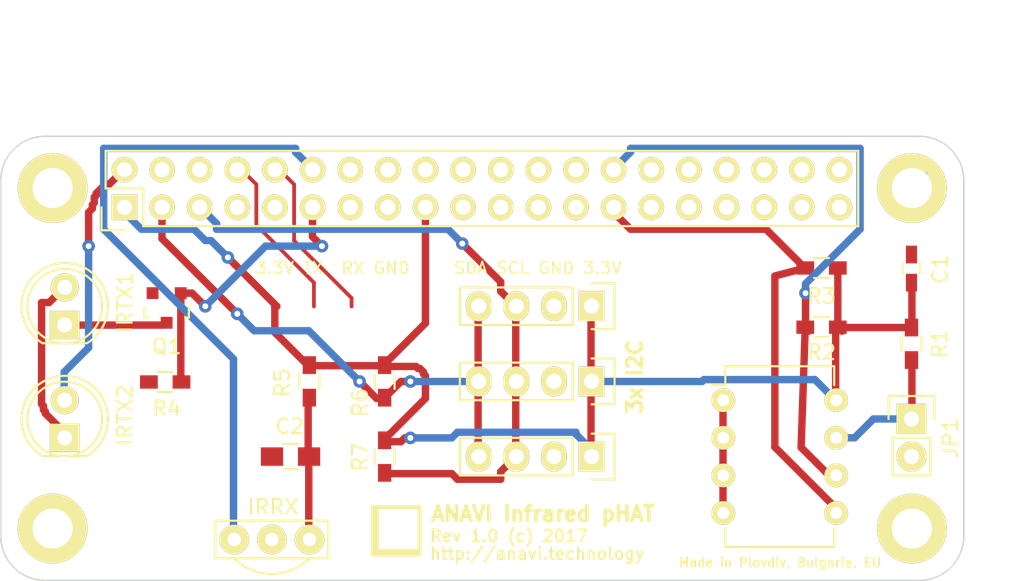
<source format=kicad_pcb>
(kicad_pcb (version 20171130) (host pcbnew "(5.1.5-0-10_14)")

  (general
    (thickness 1.6)
    (drawings 31)
    (tracks 239)
    (zones 0)
    (modules 24)
    (nets 36)
  )

  (page A4)
  (title_block
    (title "Anavi Infra pHAT")
    (date 2017-01-21)
    (company "Anavi Technology")
  )

  (layers
    (0 F.Cu signal)
    (31 B.Cu signal)
    (32 B.Adhes user)
    (33 F.Adhes user)
    (34 B.Paste user)
    (35 F.Paste user)
    (36 B.SilkS user)
    (37 F.SilkS user)
    (38 B.Mask user)
    (39 F.Mask user)
    (40 Dwgs.User user)
    (41 Cmts.User user)
    (42 Eco1.User user)
    (43 Eco2.User user)
    (44 Edge.Cuts user)
    (45 Margin user)
    (46 B.CrtYd user)
    (47 F.CrtYd user)
    (48 B.Fab user)
    (49 F.Fab user)
  )

  (setup
    (last_trace_width 0.5)
    (user_trace_width 0.254)
    (user_trace_width 0.5)
    (user_trace_width 0.754)
    (trace_clearance 0.254)
    (zone_clearance 0.508)
    (zone_45_only no)
    (trace_min 0.25)
    (via_size 0.85)
    (via_drill 0.4)
    (via_min_size 0.4)
    (via_min_drill 0.3)
    (uvia_size 0.35)
    (uvia_drill 0.1)
    (uvias_allowed no)
    (uvia_min_size 0.2)
    (uvia_min_drill 0.1)
    (edge_width 0.1)
    (segment_width 0.2)
    (pcb_text_width 0.3)
    (pcb_text_size 1.5 1.5)
    (mod_edge_width 0.15)
    (mod_text_size 1 1)
    (mod_text_width 0.15)
    (pad_size 4.7 4.7)
    (pad_drill 2.7)
    (pad_to_mask_clearance 0)
    (aux_axis_origin 0 0)
    (visible_elements FFFFF97F)
    (pcbplotparams
      (layerselection 0x010e0_80000001)
      (usegerberextensions true)
      (usegerberattributes false)
      (usegerberadvancedattributes false)
      (creategerberjobfile false)
      (excludeedgelayer true)
      (linewidth 0.100000)
      (plotframeref false)
      (viasonmask false)
      (mode 1)
      (useauxorigin false)
      (hpglpennumber 1)
      (hpglpenspeed 20)
      (hpglpendiameter 15.000000)
      (psnegative false)
      (psa4output false)
      (plotreference true)
      (plotvalue true)
      (plotinvisibletext false)
      (padsonsilk false)
      (subtractmaskfromsilk false)
      (outputformat 1)
      (mirror false)
      (drillshape 0)
      (scaleselection 1)
      (outputdirectory "schemes/"))
  )

  (net 0 "")
  (net 1 +3V3)
  (net 2 GND)
  (net 3 "Net-(C2-Pad1)")
  (net 4 "Net-(IRTX1-Pad2)")
  (net 5 +5V)
  (net 6 "Net-(JP1-Pad1)")
  (net 7 "Net-(Q1-Pad1)")
  (net 8 "Net-(R2-Pad2)")
  (net 9 "Net-(R3-Pad2)")
  (net 10 "Net-(R6-Pad2)")
  (net 11 "Net-(R7-Pad2)")
  (net 12 /TXD)
  (net 13 /RXD)
  (net 14 "Net-(IRRX1-Pad1)")
  (net 15 "Net-(IRTX1-Pad1)")
  (net 16 "Net-(RASP_CONN1-Pad7)")
  (net 17 "Net-(RASP_CONN1-Pad13)")
  (net 18 "Net-(RASP_CONN1-Pad15)")
  (net 19 "Net-(RASP_CONN1-Pad16)")
  (net 20 "Net-(RASP_CONN1-Pad18)")
  (net 21 "Net-(RASP_CONN1-Pad19)")
  (net 22 "Net-(RASP_CONN1-Pad21)")
  (net 23 "Net-(RASP_CONN1-Pad22)")
  (net 24 "Net-(RASP_CONN1-Pad23)")
  (net 25 "Net-(RASP_CONN1-Pad24)")
  (net 26 "Net-(RASP_CONN1-Pad26)")
  (net 27 "Net-(RASP_CONN1-Pad29)")
  (net 28 "Net-(RASP_CONN1-Pad31)")
  (net 29 "Net-(RASP_CONN1-Pad32)")
  (net 30 "Net-(RASP_CONN1-Pad33)")
  (net 31 "Net-(RASP_CONN1-Pad35)")
  (net 32 "Net-(RASP_CONN1-Pad36)")
  (net 33 "Net-(RASP_CONN1-Pad37)")
  (net 34 "Net-(RASP_CONN1-Pad38)")
  (net 35 "Net-(RASP_CONN1-Pad40)")

  (net_class Default "This is the default net class."
    (clearance 0.254)
    (trace_width 0.5)
    (via_dia 0.85)
    (via_drill 0.4)
    (uvia_dia 0.35)
    (uvia_drill 0.1)
    (add_net +3V3)
    (add_net +5V)
    (add_net /RXD)
    (add_net /TXD)
    (add_net GND)
    (add_net "Net-(C2-Pad1)")
    (add_net "Net-(IRRX1-Pad1)")
    (add_net "Net-(IRTX1-Pad1)")
    (add_net "Net-(IRTX1-Pad2)")
    (add_net "Net-(JP1-Pad1)")
    (add_net "Net-(Q1-Pad1)")
    (add_net "Net-(R2-Pad2)")
    (add_net "Net-(R3-Pad2)")
    (add_net "Net-(R6-Pad2)")
    (add_net "Net-(R7-Pad2)")
    (add_net "Net-(RASP_CONN1-Pad13)")
    (add_net "Net-(RASP_CONN1-Pad15)")
    (add_net "Net-(RASP_CONN1-Pad16)")
    (add_net "Net-(RASP_CONN1-Pad18)")
    (add_net "Net-(RASP_CONN1-Pad19)")
    (add_net "Net-(RASP_CONN1-Pad21)")
    (add_net "Net-(RASP_CONN1-Pad22)")
    (add_net "Net-(RASP_CONN1-Pad23)")
    (add_net "Net-(RASP_CONN1-Pad24)")
    (add_net "Net-(RASP_CONN1-Pad26)")
    (add_net "Net-(RASP_CONN1-Pad29)")
    (add_net "Net-(RASP_CONN1-Pad31)")
    (add_net "Net-(RASP_CONN1-Pad32)")
    (add_net "Net-(RASP_CONN1-Pad33)")
    (add_net "Net-(RASP_CONN1-Pad35)")
    (add_net "Net-(RASP_CONN1-Pad36)")
    (add_net "Net-(RASP_CONN1-Pad37)")
    (add_net "Net-(RASP_CONN1-Pad38)")
    (add_net "Net-(RASP_CONN1-Pad40)")
    (add_net "Net-(RASP_CONN1-Pad7)")
  )

  (net_class vcc ""
    (clearance 0.254)
    (trace_width 1.5)
    (via_dia 0.85)
    (via_drill 0.4)
    (uvia_dia 0.35)
    (uvia_drill 0.1)
  )

  (module Capacitors_SMD:C_0603_HandSoldering (layer F.Cu) (tedit 588FBDB9) (tstamp 58831703)
    (at 209.97 83.94 90)
    (descr "Capacitor SMD 0603, hand soldering")
    (tags "capacitor 0603")
    (path /56FB5967)
    (attr smd)
    (fp_text reference C1 (at -0.06 1.93 90) (layer F.SilkS)
      (effects (font (size 1 1) (thickness 0.15)))
    )
    (fp_text value 0.1 (at 0 1.9 90) (layer F.Fab) hide
      (effects (font (size 1 1) (thickness 0.15)))
    )
    (fp_line (start -1.85 -0.75) (end 1.85 -0.75) (layer F.CrtYd) (width 0.05))
    (fp_line (start -1.85 0.75) (end 1.85 0.75) (layer F.CrtYd) (width 0.05))
    (fp_line (start -1.85 -0.75) (end -1.85 0.75) (layer F.CrtYd) (width 0.05))
    (fp_line (start 1.85 -0.75) (end 1.85 0.75) (layer F.CrtYd) (width 0.05))
    (fp_line (start -0.35 -0.6) (end 0.35 -0.6) (layer F.SilkS) (width 0.15))
    (fp_line (start 0.35 0.6) (end -0.35 0.6) (layer F.SilkS) (width 0.15))
    (pad 1 smd rect (at -0.95 0 90) (size 1.2 0.75) (layers F.Cu F.Paste F.Mask)
      (net 1 +3V3))
    (pad 2 smd rect (at 0.95 0 90) (size 1.2 0.75) (layers F.Cu F.Paste F.Mask)
      (net 2 GND))
    (model Capacitors_SMD.3dshapes/C_0603_HandSoldering.wrl
      (at (xyz 0 0 0))
      (scale (xyz 1 1 1))
      (rotate (xyz 0 0 0))
    )
  )

  (module Capacitors_SMD:C_0805_HandSoldering (layer F.Cu) (tedit 588FBD5A) (tstamp 58831709)
    (at 168.06 96.64 180)
    (descr "Capacitor SMD 0805, hand soldering")
    (tags "capacitor 0805")
    (path /56FCE773)
    (attr smd)
    (fp_text reference C2 (at 0.06 2.04 180) (layer F.SilkS)
      (effects (font (size 1 1) (thickness 0.15)))
    )
    (fp_text value 4.7 (at 0 2.1 180) (layer F.Fab) hide
      (effects (font (size 1 1) (thickness 0.15)))
    )
    (fp_line (start -2.3 -1) (end 2.3 -1) (layer F.CrtYd) (width 0.05))
    (fp_line (start -2.3 1) (end 2.3 1) (layer F.CrtYd) (width 0.05))
    (fp_line (start -2.3 -1) (end -2.3 1) (layer F.CrtYd) (width 0.05))
    (fp_line (start 2.3 -1) (end 2.3 1) (layer F.CrtYd) (width 0.05))
    (fp_line (start 0.5 -0.85) (end -0.5 -0.85) (layer F.SilkS) (width 0.15))
    (fp_line (start -0.5 0.85) (end 0.5 0.85) (layer F.SilkS) (width 0.15))
    (pad 1 smd rect (at -1.25 0 180) (size 1.5 1.25) (layers F.Cu F.Paste F.Mask)
      (net 3 "Net-(C2-Pad1)"))
    (pad 2 smd rect (at 1.25 0 180) (size 1.5 1.25) (layers F.Cu F.Paste F.Mask)
      (net 2 GND))
    (model Capacitors_SMD.3dshapes/C_0805_HandSoldering.wrl
      (at (xyz 0 0 0))
      (scale (xyz 1 1 1))
      (rotate (xyz 0 0 0))
    )
  )

  (module LEDs:LED-5MM (layer F.Cu) (tedit 588FBD88) (tstamp 5883170F)
    (at 152.82 87.75 90)
    (descr "LED 5mm round vertical")
    (tags "LED 5mm round vertical")
    (path /56FCCD5F)
    (fp_text reference IRTX1 (at 1.524 4.064 90) (layer F.SilkS)
      (effects (font (size 1 1) (thickness 0.15)))
    )
    (fp_text value L-53F3BT (at 1.524 -3.937 90) (layer F.Fab) hide
      (effects (font (size 1 1) (thickness 0.15)))
    )
    (fp_line (start -1.5 -1.55) (end -1.5 1.55) (layer F.CrtYd) (width 0.05))
    (fp_arc (start 1.3 0) (end -1.5 1.55) (angle -302) (layer F.CrtYd) (width 0.05))
    (fp_arc (start 1.27 0) (end -1.23 -1.5) (angle 297.5) (layer F.SilkS) (width 0.15))
    (fp_line (start -1.23 1.5) (end -1.23 -1.5) (layer F.SilkS) (width 0.15))
    (fp_circle (center 1.27 0) (end 0.97 -2.5) (layer F.SilkS) (width 0.15))
    (fp_text user K (at -1.905 1.905 90) (layer F.SilkS) hide
      (effects (font (size 1 1) (thickness 0.15)))
    )
    (pad 1 thru_hole rect (at 0 0 180) (size 2 1.9) (drill 1.00076) (layers *.Cu *.Mask F.SilkS)
      (net 15 "Net-(IRTX1-Pad1)"))
    (pad 2 thru_hole circle (at 2.54 0 90) (size 1.9 1.9) (drill 1.00076) (layers *.Cu *.Mask F.SilkS)
      (net 4 "Net-(IRTX1-Pad2)"))
    (model LEDs.3dshapes/LED-5MM.wrl
      (offset (xyz 1.269999980926514 0 0))
      (scale (xyz 1 1 1))
      (rotate (xyz 0 0 90))
    )
  )

  (module LEDs:LED-5MM (layer F.Cu) (tedit 588FBD8F) (tstamp 58831715)
    (at 152.82 95.37 90)
    (descr "LED 5mm round vertical")
    (tags "LED 5mm round vertical")
    (path /5882BE41)
    (fp_text reference IRTX2 (at 1.524 4.064 90) (layer F.SilkS)
      (effects (font (size 1 1) (thickness 0.15)))
    )
    (fp_text value L-53F3BT (at 1.524 -3.937 90) (layer F.Fab) hide
      (effects (font (size 1 1) (thickness 0.15)))
    )
    (fp_line (start -1.5 -1.55) (end -1.5 1.55) (layer F.CrtYd) (width 0.05))
    (fp_arc (start 1.3 0) (end -1.5 1.55) (angle -302) (layer F.CrtYd) (width 0.05))
    (fp_arc (start 1.27 0) (end -1.23 -1.5) (angle 297.5) (layer F.SilkS) (width 0.15))
    (fp_line (start -1.23 1.5) (end -1.23 -1.5) (layer F.SilkS) (width 0.15))
    (fp_circle (center 1.27 0) (end 0.97 -2.5) (layer F.SilkS) (width 0.15))
    (fp_text user K (at -1.905 1.905 90) (layer F.SilkS) hide
      (effects (font (size 1 1) (thickness 0.15)))
    )
    (pad 1 thru_hole rect (at 0 0 180) (size 2 1.9) (drill 1.00076) (layers *.Cu *.Mask F.SilkS)
      (net 4 "Net-(IRTX1-Pad2)"))
    (pad 2 thru_hole circle (at 2.54 0 90) (size 1.9 1.9) (drill 1.00076) (layers *.Cu *.Mask F.SilkS)
      (net 5 +5V))
    (model LEDs.3dshapes/LED-5MM.wrl
      (offset (xyz 1.269999980926514 0 0))
      (scale (xyz 1 1 1))
      (rotate (xyz 0 0 90))
    )
  )

  (module Pin_Headers:Pin_Header_Straight_1x02 (layer F.Cu) (tedit 588FBD9A) (tstamp 5883171B)
    (at 209.97 94.1)
    (descr "Through hole pin header")
    (tags "pin header")
    (path /570C5478)
    (fp_text reference JP1 (at 2.63 1.3 90) (layer F.SilkS)
      (effects (font (size 1 1) (thickness 0.15)))
    )
    (fp_text value JUMPER (at 0 -3.1) (layer F.Fab) hide
      (effects (font (size 1 1) (thickness 0.15)))
    )
    (fp_line (start 1.27 1.27) (end 1.27 3.81) (layer F.SilkS) (width 0.15))
    (fp_line (start 1.55 -1.55) (end 1.55 0) (layer F.SilkS) (width 0.15))
    (fp_line (start -1.75 -1.75) (end -1.75 4.3) (layer F.CrtYd) (width 0.05))
    (fp_line (start 1.75 -1.75) (end 1.75 4.3) (layer F.CrtYd) (width 0.05))
    (fp_line (start -1.75 -1.75) (end 1.75 -1.75) (layer F.CrtYd) (width 0.05))
    (fp_line (start -1.75 4.3) (end 1.75 4.3) (layer F.CrtYd) (width 0.05))
    (fp_line (start 1.27 1.27) (end -1.27 1.27) (layer F.SilkS) (width 0.15))
    (fp_line (start -1.55 0) (end -1.55 -1.55) (layer F.SilkS) (width 0.15))
    (fp_line (start -1.55 -1.55) (end 1.55 -1.55) (layer F.SilkS) (width 0.15))
    (fp_line (start -1.27 1.27) (end -1.27 3.81) (layer F.SilkS) (width 0.15))
    (fp_line (start -1.27 3.81) (end 1.27 3.81) (layer F.SilkS) (width 0.15))
    (pad 1 thru_hole rect (at 0 0) (size 2.032 2.032) (drill 1.016) (layers *.Cu *.Mask F.SilkS)
      (net 6 "Net-(JP1-Pad1)"))
    (pad 2 thru_hole oval (at 0 2.54) (size 2.032 2.032) (drill 1.016) (layers *.Cu *.Mask F.SilkS)
      (net 2 GND))
    (model Pin_Headers.3dshapes/Pin_Header_Straight_1x02.wrl
      (offset (xyz 0 -1.269999980926514 0))
      (scale (xyz 1 1 1))
      (rotate (xyz 0 0 90))
    )
  )

  (module TO_SOT_Packages_SMD:SOT-23 (layer F.Cu) (tedit 588FBD4C) (tstamp 58831722)
    (at 159.7 86.6 180)
    (descr "SOT-23, Standard")
    (tags SOT-23)
    (path /570BF19F)
    (attr smd)
    (fp_text reference Q1 (at 0 -2.6 180) (layer F.SilkS)
      (effects (font (size 1 1) (thickness 0.15)))
    )
    (fp_text value BC817 (at 0 2.3 180) (layer F.Fab) hide
      (effects (font (size 1 1) (thickness 0.15)))
    )
    (fp_line (start -1.65 -1.6) (end 1.65 -1.6) (layer F.CrtYd) (width 0.05))
    (fp_line (start 1.65 -1.6) (end 1.65 1.6) (layer F.CrtYd) (width 0.05))
    (fp_line (start 1.65 1.6) (end -1.65 1.6) (layer F.CrtYd) (width 0.05))
    (fp_line (start -1.65 1.6) (end -1.65 -1.6) (layer F.CrtYd) (width 0.05))
    (fp_line (start 1.29916 -0.65024) (end 1.2509 -0.65024) (layer F.SilkS) (width 0.15))
    (fp_line (start -1.49982 0.0508) (end -1.49982 -0.65024) (layer F.SilkS) (width 0.15))
    (fp_line (start -1.49982 -0.65024) (end -1.2509 -0.65024) (layer F.SilkS) (width 0.15))
    (fp_line (start 1.29916 -0.65024) (end 1.49982 -0.65024) (layer F.SilkS) (width 0.15))
    (fp_line (start 1.49982 -0.65024) (end 1.49982 0.0508) (layer F.SilkS) (width 0.15))
    (pad 1 smd rect (at -0.95 1.00076 180) (size 0.8001 0.8001) (layers F.Cu F.Paste F.Mask)
      (net 7 "Net-(Q1-Pad1)"))
    (pad 2 smd rect (at 0.95 1.00076 180) (size 0.8001 0.8001) (layers F.Cu F.Paste F.Mask)
      (net 2 GND))
    (pad 3 smd rect (at 0 -0.99822 180) (size 0.8001 0.8001) (layers F.Cu F.Paste F.Mask)
      (net 15 "Net-(IRTX1-Pad1)"))
    (model TO_SOT_Packages_SMD.3dshapes/SOT-23.wrl
      (at (xyz 0 0 0))
      (scale (xyz 1 1 1))
      (rotate (xyz 0 0 0))
    )
  )

  (module Resistors_SMD:R_0603_HandSoldering (layer F.Cu) (tedit 588FBDA0) (tstamp 58831728)
    (at 209.97 89.02 270)
    (descr "Resistor SMD 0603, hand soldering")
    (tags "resistor 0603")
    (path /56FB57DD)
    (attr smd)
    (fp_text reference R1 (at 0 -1.9 270) (layer F.SilkS)
      (effects (font (size 1 1) (thickness 0.15)))
    )
    (fp_text value 1K (at 0 1.9 270) (layer F.Fab) hide
      (effects (font (size 1 1) (thickness 0.15)))
    )
    (fp_line (start -2 -0.8) (end 2 -0.8) (layer F.CrtYd) (width 0.05))
    (fp_line (start -2 0.8) (end 2 0.8) (layer F.CrtYd) (width 0.05))
    (fp_line (start -2 -0.8) (end -2 0.8) (layer F.CrtYd) (width 0.05))
    (fp_line (start 2 -0.8) (end 2 0.8) (layer F.CrtYd) (width 0.05))
    (fp_line (start 0.5 0.675) (end -0.5 0.675) (layer F.SilkS) (width 0.15))
    (fp_line (start -0.5 -0.675) (end 0.5 -0.675) (layer F.SilkS) (width 0.15))
    (pad 1 smd rect (at -1.1 0 270) (size 1.2 0.9) (layers F.Cu F.Paste F.Mask)
      (net 1 +3V3))
    (pad 2 smd rect (at 1.1 0 270) (size 1.2 0.9) (layers F.Cu F.Paste F.Mask)
      (net 6 "Net-(JP1-Pad1)"))
    (model Resistors_SMD.3dshapes/R_0603_HandSoldering.wrl
      (at (xyz 0 0 0))
      (scale (xyz 1 1 1))
      (rotate (xyz 0 0 0))
    )
  )

  (module Resistors_SMD:R_0603_HandSoldering (layer F.Cu) (tedit 588FBDA5) (tstamp 5883172E)
    (at 203.9 87.9 180)
    (descr "Resistor SMD 0603, hand soldering")
    (tags "resistor 0603")
    (path /56FB589D)
    (attr smd)
    (fp_text reference R2 (at 0 -1.7 180) (layer F.SilkS)
      (effects (font (size 1 1) (thickness 0.15)))
    )
    (fp_text value 4.7K (at 0 1.9 180) (layer F.Fab) hide
      (effects (font (size 1 1) (thickness 0.15)))
    )
    (fp_line (start -2 -0.8) (end 2 -0.8) (layer F.CrtYd) (width 0.05))
    (fp_line (start -2 0.8) (end 2 0.8) (layer F.CrtYd) (width 0.05))
    (fp_line (start -2 -0.8) (end -2 0.8) (layer F.CrtYd) (width 0.05))
    (fp_line (start 2 -0.8) (end 2 0.8) (layer F.CrtYd) (width 0.05))
    (fp_line (start 0.5 0.675) (end -0.5 0.675) (layer F.SilkS) (width 0.15))
    (fp_line (start -0.5 -0.675) (end 0.5 -0.675) (layer F.SilkS) (width 0.15))
    (pad 1 smd rect (at -1.1 0 180) (size 1.2 0.9) (layers F.Cu F.Paste F.Mask)
      (net 1 +3V3))
    (pad 2 smd rect (at 1.1 0 180) (size 1.2 0.9) (layers F.Cu F.Paste F.Mask)
      (net 8 "Net-(R2-Pad2)"))
    (model Resistors_SMD.3dshapes/R_0603_HandSoldering.wrl
      (at (xyz 0 0 0))
      (scale (xyz 1 1 1))
      (rotate (xyz 0 0 0))
    )
  )

  (module Resistors_SMD:R_0603_HandSoldering (layer F.Cu) (tedit 588FBDAE) (tstamp 58831734)
    (at 203.9 83.9 180)
    (descr "Resistor SMD 0603, hand soldering")
    (tags "resistor 0603")
    (path /56FB5912)
    (attr smd)
    (fp_text reference R3 (at 0 -1.9 180) (layer F.SilkS)
      (effects (font (size 1 1) (thickness 0.15)))
    )
    (fp_text value 4.7K (at 0 1.9 180) (layer F.Fab) hide
      (effects (font (size 1 1) (thickness 0.15)))
    )
    (fp_line (start -2 -0.8) (end 2 -0.8) (layer F.CrtYd) (width 0.05))
    (fp_line (start -2 0.8) (end 2 0.8) (layer F.CrtYd) (width 0.05))
    (fp_line (start -2 -0.8) (end -2 0.8) (layer F.CrtYd) (width 0.05))
    (fp_line (start 2 -0.8) (end 2 0.8) (layer F.CrtYd) (width 0.05))
    (fp_line (start 0.5 0.675) (end -0.5 0.675) (layer F.SilkS) (width 0.15))
    (fp_line (start -0.5 -0.675) (end 0.5 -0.675) (layer F.SilkS) (width 0.15))
    (pad 1 smd rect (at -1.1 0 180) (size 1.2 0.9) (layers F.Cu F.Paste F.Mask)
      (net 1 +3V3))
    (pad 2 smd rect (at 1.1 0 180) (size 1.2 0.9) (layers F.Cu F.Paste F.Mask)
      (net 9 "Net-(R3-Pad2)"))
    (model Resistors_SMD.3dshapes/R_0603_HandSoldering.wrl
      (at (xyz 0 0 0))
      (scale (xyz 1 1 1))
      (rotate (xyz 0 0 0))
    )
  )

  (module Resistors_SMD:R_0603_HandSoldering (layer F.Cu) (tedit 588FBD53) (tstamp 5883173A)
    (at 159.6 91.6)
    (descr "Resistor SMD 0603, hand soldering")
    (tags "resistor 0603")
    (path /570BEF32)
    (attr smd)
    (fp_text reference R4 (at 0.1 1.8) (layer F.SilkS)
      (effects (font (size 1 1) (thickness 0.15)))
    )
    (fp_text value 10K (at 0 1.9) (layer F.Fab) hide
      (effects (font (size 1 1) (thickness 0.15)))
    )
    (fp_line (start -2 -0.8) (end 2 -0.8) (layer F.CrtYd) (width 0.05))
    (fp_line (start -2 0.8) (end 2 0.8) (layer F.CrtYd) (width 0.05))
    (fp_line (start -2 -0.8) (end -2 0.8) (layer F.CrtYd) (width 0.05))
    (fp_line (start 2 -0.8) (end 2 0.8) (layer F.CrtYd) (width 0.05))
    (fp_line (start 0.5 0.675) (end -0.5 0.675) (layer F.SilkS) (width 0.15))
    (fp_line (start -0.5 -0.675) (end 0.5 -0.675) (layer F.SilkS) (width 0.15))
    (pad 1 smd rect (at -1.1 0) (size 1.2 0.9) (layers F.Cu F.Paste F.Mask)
      (net 2 GND))
    (pad 2 smd rect (at 1.1 0) (size 1.2 0.9) (layers F.Cu F.Paste F.Mask)
      (net 7 "Net-(Q1-Pad1)"))
    (model Resistors_SMD.3dshapes/R_0603_HandSoldering.wrl
      (at (xyz 0 0 0))
      (scale (xyz 1 1 1))
      (rotate (xyz 0 0 0))
    )
  )

  (module Resistors_SMD:R_0603_HandSoldering (layer F.Cu) (tedit 588FBD64) (tstamp 58831740)
    (at 169.33 91.56 270)
    (descr "Resistor SMD 0603, hand soldering")
    (tags "resistor 0603")
    (path /56FCE3CD)
    (attr smd)
    (fp_text reference R5 (at 0.09 1.83 270) (layer F.SilkS)
      (effects (font (size 1 1) (thickness 0.15)))
    )
    (fp_text value 470 (at 0 1.9 270) (layer F.Fab) hide
      (effects (font (size 1 1) (thickness 0.15)))
    )
    (fp_line (start -2 -0.8) (end 2 -0.8) (layer F.CrtYd) (width 0.05))
    (fp_line (start -2 0.8) (end 2 0.8) (layer F.CrtYd) (width 0.05))
    (fp_line (start -2 -0.8) (end -2 0.8) (layer F.CrtYd) (width 0.05))
    (fp_line (start 2 -0.8) (end 2 0.8) (layer F.CrtYd) (width 0.05))
    (fp_line (start 0.5 0.675) (end -0.5 0.675) (layer F.SilkS) (width 0.15))
    (fp_line (start -0.5 -0.675) (end 0.5 -0.675) (layer F.SilkS) (width 0.15))
    (pad 1 smd rect (at -1.1 0 270) (size 1.2 0.9) (layers F.Cu F.Paste F.Mask)
      (net 1 +3V3))
    (pad 2 smd rect (at 1.1 0 270) (size 1.2 0.9) (layers F.Cu F.Paste F.Mask)
      (net 3 "Net-(C2-Pad1)"))
    (model Resistors_SMD.3dshapes/R_0603_HandSoldering.wrl
      (at (xyz 0 0 0))
      (scale (xyz 1 1 1))
      (rotate (xyz 0 0 0))
    )
  )

  (module Resistors_SMD:R_0603_HandSoldering (layer F.Cu) (tedit 588FBD6B) (tstamp 58831746)
    (at 174.41 91.56 270)
    (descr "Resistor SMD 0603, hand soldering")
    (tags "resistor 0603")
    (path /570C0762)
    (attr smd)
    (fp_text reference R6 (at 1.44 1.66 270) (layer F.SilkS)
      (effects (font (size 1 1) (thickness 0.15)))
    )
    (fp_text value 4.7K (at 0 1.9 270) (layer F.Fab) hide
      (effects (font (size 1 1) (thickness 0.15)))
    )
    (fp_line (start -2 -0.8) (end 2 -0.8) (layer F.CrtYd) (width 0.05))
    (fp_line (start -2 0.8) (end 2 0.8) (layer F.CrtYd) (width 0.05))
    (fp_line (start -2 -0.8) (end -2 0.8) (layer F.CrtYd) (width 0.05))
    (fp_line (start 2 -0.8) (end 2 0.8) (layer F.CrtYd) (width 0.05))
    (fp_line (start 0.5 0.675) (end -0.5 0.675) (layer F.SilkS) (width 0.15))
    (fp_line (start -0.5 -0.675) (end 0.5 -0.675) (layer F.SilkS) (width 0.15))
    (pad 1 smd rect (at -1.1 0 270) (size 1.2 0.9) (layers F.Cu F.Paste F.Mask)
      (net 1 +3V3))
    (pad 2 smd rect (at 1.1 0 270) (size 1.2 0.9) (layers F.Cu F.Paste F.Mask)
      (net 10 "Net-(R6-Pad2)"))
    (model Resistors_SMD.3dshapes/R_0603_HandSoldering.wrl
      (at (xyz 0 0 0))
      (scale (xyz 1 1 1))
      (rotate (xyz 0 0 0))
    )
  )

  (module Resistors_SMD:R_0603_HandSoldering (layer F.Cu) (tedit 588FBD73) (tstamp 5883174C)
    (at 174.41 96.64 270)
    (descr "Resistor SMD 0603, hand soldering")
    (tags "resistor 0603")
    (path /570C0BD5)
    (attr smd)
    (fp_text reference R7 (at 0.01 1.66 270) (layer F.SilkS)
      (effects (font (size 1 1) (thickness 0.15)))
    )
    (fp_text value 4.7K (at 0 1.9 270) (layer F.Fab) hide
      (effects (font (size 1 1) (thickness 0.15)))
    )
    (fp_line (start -2 -0.8) (end 2 -0.8) (layer F.CrtYd) (width 0.05))
    (fp_line (start -2 0.8) (end 2 0.8) (layer F.CrtYd) (width 0.05))
    (fp_line (start -2 -0.8) (end -2 0.8) (layer F.CrtYd) (width 0.05))
    (fp_line (start 2 -0.8) (end 2 0.8) (layer F.CrtYd) (width 0.05))
    (fp_line (start 0.5 0.675) (end -0.5 0.675) (layer F.SilkS) (width 0.15))
    (fp_line (start -0.5 -0.675) (end 0.5 -0.675) (layer F.SilkS) (width 0.15))
    (pad 1 smd rect (at -1.1 0 270) (size 1.2 0.9) (layers F.Cu F.Paste F.Mask)
      (net 1 +3V3))
    (pad 2 smd rect (at 1.1 0 270) (size 1.2 0.9) (layers F.Cu F.Paste F.Mask)
      (net 11 "Net-(R7-Pad2)"))
    (model Resistors_SMD.3dshapes/R_0603_HandSoldering.wrl
      (at (xyz 0 0 0))
      (scale (xyz 1 1 1))
      (rotate (xyz 0 0 0))
    )
  )

  (module Pin_Headers:Pin_Header_Straight_2x20 (layer F.Cu) (tedit 588FBD82) (tstamp 58831778)
    (at 156.85 79.8 90)
    (descr "Through hole pin header")
    (tags "pin header")
    (path /56FB7C7A)
    (fp_text reference RASP_CONN1 (at 0 -5.1 90) (layer F.SilkS) hide
      (effects (font (size 1 1) (thickness 0.15)))
    )
    (fp_text value Raspberry_PI (at 0 -3.1 90) (layer F.Fab) hide
      (effects (font (size 1 1) (thickness 0.15)))
    )
    (fp_line (start -1.75 -1.75) (end -1.75 50.05) (layer F.CrtYd) (width 0.05))
    (fp_line (start 4.3 -1.75) (end 4.3 50.05) (layer F.CrtYd) (width 0.05))
    (fp_line (start -1.75 -1.75) (end 4.3 -1.75) (layer F.CrtYd) (width 0.05))
    (fp_line (start -1.75 50.05) (end 4.3 50.05) (layer F.CrtYd) (width 0.05))
    (fp_line (start 3.81 49.53) (end 3.81 -1.27) (layer F.SilkS) (width 0.15))
    (fp_line (start -1.27 1.27) (end -1.27 49.53) (layer F.SilkS) (width 0.15))
    (fp_line (start 3.81 49.53) (end -1.27 49.53) (layer F.SilkS) (width 0.15))
    (fp_line (start 3.81 -1.27) (end 1.27 -1.27) (layer F.SilkS) (width 0.15))
    (fp_line (start 0 -1.55) (end -1.55 -1.55) (layer F.SilkS) (width 0.15))
    (fp_line (start 1.27 -1.27) (end 1.27 1.27) (layer F.SilkS) (width 0.15))
    (fp_line (start 1.27 1.27) (end -1.27 1.27) (layer F.SilkS) (width 0.15))
    (fp_line (start -1.55 -1.55) (end -1.55 0) (layer F.SilkS) (width 0.15))
    (pad 1 thru_hole rect (at 0 0 90) (size 1.7272 1.7272) (drill 1.016) (layers *.Cu *.Mask F.SilkS)
      (net 1 +3V3))
    (pad 2 thru_hole oval (at 2.54 0 90) (size 1.7272 1.7272) (drill 1.016) (layers *.Cu *.Mask F.SilkS)
      (net 5 +5V))
    (pad 3 thru_hole oval (at 0 2.54 90) (size 1.7272 1.7272) (drill 1.016) (layers *.Cu *.Mask F.SilkS)
      (net 10 "Net-(R6-Pad2)"))
    (pad 4 thru_hole oval (at 2.54 2.54 90) (size 1.7272 1.7272) (drill 1.016) (layers *.Cu *.Mask F.SilkS)
      (net 5 +5V))
    (pad 5 thru_hole oval (at 0 5.08 90) (size 1.7272 1.7272) (drill 1.016) (layers *.Cu *.Mask F.SilkS)
      (net 11 "Net-(R7-Pad2)"))
    (pad 6 thru_hole oval (at 2.54 5.08 90) (size 1.7272 1.7272) (drill 1.016) (layers *.Cu *.Mask F.SilkS)
      (net 2 GND))
    (pad 7 thru_hole oval (at 0 7.62 90) (size 1.7272 1.7272) (drill 1.016) (layers *.Cu *.Mask F.SilkS)
      (net 16 "Net-(RASP_CONN1-Pad7)"))
    (pad 8 thru_hole oval (at 2.54 7.62 90) (size 1.7272 1.7272) (drill 1.016) (layers *.Cu *.Mask F.SilkS)
      (net 12 /TXD))
    (pad 9 thru_hole oval (at 0 10.16 90) (size 1.7272 1.7272) (drill 1.016) (layers *.Cu *.Mask F.SilkS)
      (net 2 GND))
    (pad 10 thru_hole oval (at 2.54 10.16 90) (size 1.7272 1.7272) (drill 1.016) (layers *.Cu *.Mask F.SilkS)
      (net 13 /RXD))
    (pad 11 thru_hole oval (at 0 12.7 90) (size 1.7272 1.7272) (drill 1.016) (layers *.Cu *.Mask F.SilkS)
      (net 7 "Net-(Q1-Pad1)"))
    (pad 12 thru_hole oval (at 2.54 12.7 90) (size 1.7272 1.7272) (drill 1.016) (layers *.Cu *.Mask F.SilkS)
      (net 14 "Net-(IRRX1-Pad1)"))
    (pad 13 thru_hole oval (at 0 15.24 90) (size 1.7272 1.7272) (drill 1.016) (layers *.Cu *.Mask F.SilkS)
      (net 17 "Net-(RASP_CONN1-Pad13)"))
    (pad 14 thru_hole oval (at 2.54 15.24 90) (size 1.7272 1.7272) (drill 1.016) (layers *.Cu *.Mask F.SilkS)
      (net 2 GND))
    (pad 15 thru_hole oval (at 0 17.78 90) (size 1.7272 1.7272) (drill 1.016) (layers *.Cu *.Mask F.SilkS)
      (net 18 "Net-(RASP_CONN1-Pad15)"))
    (pad 16 thru_hole oval (at 2.54 17.78 90) (size 1.7272 1.7272) (drill 1.016) (layers *.Cu *.Mask F.SilkS)
      (net 19 "Net-(RASP_CONN1-Pad16)"))
    (pad 17 thru_hole oval (at 0 20.32 90) (size 1.7272 1.7272) (drill 1.016) (layers *.Cu *.Mask F.SilkS)
      (net 1 +3V3))
    (pad 18 thru_hole oval (at 2.54 20.32 90) (size 1.7272 1.7272) (drill 1.016) (layers *.Cu *.Mask F.SilkS)
      (net 20 "Net-(RASP_CONN1-Pad18)"))
    (pad 19 thru_hole oval (at 0 22.86 90) (size 1.7272 1.7272) (drill 1.016) (layers *.Cu *.Mask F.SilkS)
      (net 21 "Net-(RASP_CONN1-Pad19)"))
    (pad 20 thru_hole oval (at 2.54 22.86 90) (size 1.7272 1.7272) (drill 1.016) (layers *.Cu *.Mask F.SilkS)
      (net 2 GND))
    (pad 21 thru_hole oval (at 0 25.4 90) (size 1.7272 1.7272) (drill 1.016) (layers *.Cu *.Mask F.SilkS)
      (net 22 "Net-(RASP_CONN1-Pad21)"))
    (pad 22 thru_hole oval (at 2.54 25.4 90) (size 1.7272 1.7272) (drill 1.016) (layers *.Cu *.Mask F.SilkS)
      (net 23 "Net-(RASP_CONN1-Pad22)"))
    (pad 23 thru_hole oval (at 0 27.94 90) (size 1.7272 1.7272) (drill 1.016) (layers *.Cu *.Mask F.SilkS)
      (net 24 "Net-(RASP_CONN1-Pad23)"))
    (pad 24 thru_hole oval (at 2.54 27.94 90) (size 1.7272 1.7272) (drill 1.016) (layers *.Cu *.Mask F.SilkS)
      (net 25 "Net-(RASP_CONN1-Pad24)"))
    (pad 25 thru_hole oval (at 0 30.48 90) (size 1.7272 1.7272) (drill 1.016) (layers *.Cu *.Mask F.SilkS)
      (net 2 GND))
    (pad 26 thru_hole oval (at 2.54 30.48 90) (size 1.7272 1.7272) (drill 1.016) (layers *.Cu *.Mask F.SilkS)
      (net 26 "Net-(RASP_CONN1-Pad26)"))
    (pad 27 thru_hole oval (at 0 33.02 90) (size 1.7272 1.7272) (drill 1.016) (layers *.Cu *.Mask F.SilkS)
      (net 9 "Net-(R3-Pad2)"))
    (pad 28 thru_hole oval (at 2.54 33.02 90) (size 1.7272 1.7272) (drill 1.016) (layers *.Cu *.Mask F.SilkS)
      (net 8 "Net-(R2-Pad2)"))
    (pad 29 thru_hole oval (at 0 35.56 90) (size 1.7272 1.7272) (drill 1.016) (layers *.Cu *.Mask F.SilkS)
      (net 27 "Net-(RASP_CONN1-Pad29)"))
    (pad 30 thru_hole oval (at 2.54 35.56 90) (size 1.7272 1.7272) (drill 1.016) (layers *.Cu *.Mask F.SilkS)
      (net 2 GND))
    (pad 31 thru_hole oval (at 0 38.1 90) (size 1.7272 1.7272) (drill 1.016) (layers *.Cu *.Mask F.SilkS)
      (net 28 "Net-(RASP_CONN1-Pad31)"))
    (pad 32 thru_hole oval (at 2.54 38.1 90) (size 1.7272 1.7272) (drill 1.016) (layers *.Cu *.Mask F.SilkS)
      (net 29 "Net-(RASP_CONN1-Pad32)"))
    (pad 33 thru_hole oval (at 0 40.64 90) (size 1.7272 1.7272) (drill 1.016) (layers *.Cu *.Mask F.SilkS)
      (net 30 "Net-(RASP_CONN1-Pad33)"))
    (pad 34 thru_hole oval (at 2.54 40.64 90) (size 1.7272 1.7272) (drill 1.016) (layers *.Cu *.Mask F.SilkS)
      (net 2 GND))
    (pad 35 thru_hole oval (at 0 43.18 90) (size 1.7272 1.7272) (drill 1.016) (layers *.Cu *.Mask F.SilkS)
      (net 31 "Net-(RASP_CONN1-Pad35)"))
    (pad 36 thru_hole oval (at 2.54 43.18 90) (size 1.7272 1.7272) (drill 1.016) (layers *.Cu *.Mask F.SilkS)
      (net 32 "Net-(RASP_CONN1-Pad36)"))
    (pad 37 thru_hole oval (at 0 45.72 90) (size 1.7272 1.7272) (drill 1.016) (layers *.Cu *.Mask F.SilkS)
      (net 33 "Net-(RASP_CONN1-Pad37)"))
    (pad 38 thru_hole oval (at 2.54 45.72 90) (size 1.7272 1.7272) (drill 1.016) (layers *.Cu *.Mask F.SilkS)
      (net 34 "Net-(RASP_CONN1-Pad38)"))
    (pad 39 thru_hole oval (at 0 48.26 90) (size 1.7272 1.7272) (drill 1.016) (layers *.Cu *.Mask F.SilkS)
      (net 2 GND))
    (pad 40 thru_hole oval (at 2.54 48.26 90) (size 1.7272 1.7272) (drill 1.016) (layers *.Cu *.Mask F.SilkS)
      (net 35 "Net-(RASP_CONN1-Pad40)"))
    (model Pin_Headers.3dshapes/Pin_Header_Straight_2x20.wrl
      (offset (xyz 1.269999980926514 -24.12999963760376 0))
      (scale (xyz 1 1 1))
      (rotate (xyz 0 0 90))
    )
  )

  (module Pin_Headers:Pin_Header_Straight_1x04 (layer F.Cu) (tedit 588FBD3A) (tstamp 58831780)
    (at 188.38 96.64 270)
    (descr "Through hole pin header")
    (tags "pin header")
    (path /5704A9C3)
    (fp_text reference SENS1 (at 0 -5.1 270) (layer F.SilkS) hide
      (effects (font (size 1 1) (thickness 0.15)))
    )
    (fp_text value I2C_SENS_1 (at 0 -3.1 270) (layer F.Fab) hide
      (effects (font (size 1 1) (thickness 0.15)))
    )
    (fp_line (start -1.75 -1.75) (end -1.75 9.4) (layer F.CrtYd) (width 0.05))
    (fp_line (start 1.75 -1.75) (end 1.75 9.4) (layer F.CrtYd) (width 0.05))
    (fp_line (start -1.75 -1.75) (end 1.75 -1.75) (layer F.CrtYd) (width 0.05))
    (fp_line (start -1.75 9.4) (end 1.75 9.4) (layer F.CrtYd) (width 0.05))
    (fp_line (start -1.27 1.27) (end -1.27 8.89) (layer F.SilkS) (width 0.15))
    (fp_line (start 1.27 1.27) (end 1.27 8.89) (layer F.SilkS) (width 0.15))
    (fp_line (start 1.55 -1.55) (end 1.55 0) (layer F.SilkS) (width 0.15))
    (fp_line (start -1.27 8.89) (end 1.27 8.89) (layer F.SilkS) (width 0.15))
    (fp_line (start 1.27 1.27) (end -1.27 1.27) (layer F.SilkS) (width 0.15))
    (fp_line (start -1.55 0) (end -1.55 -1.55) (layer F.SilkS) (width 0.15))
    (fp_line (start -1.55 -1.55) (end 1.55 -1.55) (layer F.SilkS) (width 0.15))
    (pad 1 thru_hole rect (at 0 0 270) (size 2.032 1.7272) (drill 1.016) (layers *.Cu *.Mask F.SilkS)
      (net 1 +3V3))
    (pad 2 thru_hole oval (at 0 2.54 270) (size 2.032 1.7272) (drill 1.016) (layers *.Cu *.Mask F.SilkS)
      (net 2 GND))
    (pad 3 thru_hole oval (at 0 5.08 270) (size 2.032 1.7272) (drill 1.016) (layers *.Cu *.Mask F.SilkS)
      (net 11 "Net-(R7-Pad2)"))
    (pad 4 thru_hole oval (at 0 7.62 270) (size 2.032 1.7272) (drill 1.016) (layers *.Cu *.Mask F.SilkS)
      (net 10 "Net-(R6-Pad2)"))
    (model Pin_Headers.3dshapes/Pin_Header_Straight_1x04.wrl
      (offset (xyz 0 -3.809999942779541 0))
      (scale (xyz 1 1 1))
      (rotate (xyz 0 0 90))
    )
  )

  (module Pin_Headers:Pin_Header_Straight_1x04 (layer F.Cu) (tedit 588FBD33) (tstamp 58831788)
    (at 188.38 91.56 270)
    (descr "Through hole pin header")
    (tags "pin header")
    (path /5752A123)
    (fp_text reference SENS2 (at 0 -5.1 270) (layer F.SilkS) hide
      (effects (font (size 1 1) (thickness 0.15)))
    )
    (fp_text value I2C_SENS_1 (at 0 -3.1 270) (layer F.Fab) hide
      (effects (font (size 1 1) (thickness 0.15)))
    )
    (fp_line (start -1.75 -1.75) (end -1.75 9.4) (layer F.CrtYd) (width 0.05))
    (fp_line (start 1.75 -1.75) (end 1.75 9.4) (layer F.CrtYd) (width 0.05))
    (fp_line (start -1.75 -1.75) (end 1.75 -1.75) (layer F.CrtYd) (width 0.05))
    (fp_line (start -1.75 9.4) (end 1.75 9.4) (layer F.CrtYd) (width 0.05))
    (fp_line (start -1.27 1.27) (end -1.27 8.89) (layer F.SilkS) (width 0.15))
    (fp_line (start 1.27 1.27) (end 1.27 8.89) (layer F.SilkS) (width 0.15))
    (fp_line (start 1.55 -1.55) (end 1.55 0) (layer F.SilkS) (width 0.15))
    (fp_line (start -1.27 8.89) (end 1.27 8.89) (layer F.SilkS) (width 0.15))
    (fp_line (start 1.27 1.27) (end -1.27 1.27) (layer F.SilkS) (width 0.15))
    (fp_line (start -1.55 0) (end -1.55 -1.55) (layer F.SilkS) (width 0.15))
    (fp_line (start -1.55 -1.55) (end 1.55 -1.55) (layer F.SilkS) (width 0.15))
    (pad 1 thru_hole rect (at 0 0 270) (size 2.032 1.7272) (drill 1.016) (layers *.Cu *.Mask F.SilkS)
      (net 1 +3V3))
    (pad 2 thru_hole oval (at 0 2.54 270) (size 2.032 1.7272) (drill 1.016) (layers *.Cu *.Mask F.SilkS)
      (net 2 GND))
    (pad 3 thru_hole oval (at 0 5.08 270) (size 2.032 1.7272) (drill 1.016) (layers *.Cu *.Mask F.SilkS)
      (net 11 "Net-(R7-Pad2)"))
    (pad 4 thru_hole oval (at 0 7.62 270) (size 2.032 1.7272) (drill 1.016) (layers *.Cu *.Mask F.SilkS)
      (net 10 "Net-(R6-Pad2)"))
    (model Pin_Headers.3dshapes/Pin_Header_Straight_1x04.wrl
      (offset (xyz 0 -3.809999942779541 0))
      (scale (xyz 1 1 1))
      (rotate (xyz 0 0 90))
    )
  )

  (module Pin_Headers:Pin_Header_Straight_1x04 (layer F.Cu) (tedit 588FBD12) (tstamp 58831790)
    (at 188.38 86.48 270)
    (descr "Through hole pin header")
    (tags "pin header")
    (path /5752A2F7)
    (fp_text reference SENS3 (at 0 -5.1 270) (layer F.SilkS) hide
      (effects (font (size 1 1) (thickness 0.15)))
    )
    (fp_text value I2C_SENS_1 (at 0 -3.1 270) (layer F.Fab) hide
      (effects (font (size 1 1) (thickness 0.15)))
    )
    (fp_line (start -1.75 -1.75) (end -1.75 9.4) (layer F.CrtYd) (width 0.05))
    (fp_line (start 1.75 -1.75) (end 1.75 9.4) (layer F.CrtYd) (width 0.05))
    (fp_line (start -1.75 -1.75) (end 1.75 -1.75) (layer F.CrtYd) (width 0.05))
    (fp_line (start -1.75 9.4) (end 1.75 9.4) (layer F.CrtYd) (width 0.05))
    (fp_line (start -1.27 1.27) (end -1.27 8.89) (layer F.SilkS) (width 0.15))
    (fp_line (start 1.27 1.27) (end 1.27 8.89) (layer F.SilkS) (width 0.15))
    (fp_line (start 1.55 -1.55) (end 1.55 0) (layer F.SilkS) (width 0.15))
    (fp_line (start -1.27 8.89) (end 1.27 8.89) (layer F.SilkS) (width 0.15))
    (fp_line (start 1.27 1.27) (end -1.27 1.27) (layer F.SilkS) (width 0.15))
    (fp_line (start -1.55 0) (end -1.55 -1.55) (layer F.SilkS) (width 0.15))
    (fp_line (start -1.55 -1.55) (end 1.55 -1.55) (layer F.SilkS) (width 0.15))
    (pad 1 thru_hole rect (at 0 0 270) (size 2.032 1.7272) (drill 1.016) (layers *.Cu *.Mask F.SilkS)
      (net 1 +3V3))
    (pad 2 thru_hole oval (at 0 2.54 270) (size 2.032 1.7272) (drill 1.016) (layers *.Cu *.Mask F.SilkS)
      (net 2 GND))
    (pad 3 thru_hole oval (at 0 5.08 270) (size 2.032 1.7272) (drill 1.016) (layers *.Cu *.Mask F.SilkS)
      (net 11 "Net-(R7-Pad2)"))
    (pad 4 thru_hole oval (at 0 7.62 270) (size 2.032 1.7272) (drill 1.016) (layers *.Cu *.Mask F.SilkS)
      (net 10 "Net-(R6-Pad2)"))
    (model Pin_Headers.3dshapes/Pin_Header_Straight_1x04.wrl
      (offset (xyz 0 -3.809999942779541 0))
      (scale (xyz 1 1 1))
      (rotate (xyz 0 0 90))
    )
  )

  (module Housings_DIP:DIP-8_W7.62mm (layer F.Cu) (tedit 588FBD0C) (tstamp 5883179C)
    (at 197.27 92.83)
    (descr "8-lead dip package, row spacing 7.62 mm (300 mils)")
    (tags "dil dip 2.54 300")
    (path /56FB5761)
    (fp_text reference U1 (at 0 -5.22) (layer F.SilkS) hide
      (effects (font (size 1 1) (thickness 0.15)))
    )
    (fp_text value CAT24C32WI-GT3 (at 0 -3.72) (layer F.Fab) hide
      (effects (font (size 1 1) (thickness 0.15)))
    )
    (fp_line (start -1.05 -2.45) (end -1.05 10.1) (layer F.CrtYd) (width 0.05))
    (fp_line (start 8.65 -2.45) (end 8.65 10.1) (layer F.CrtYd) (width 0.05))
    (fp_line (start -1.05 -2.45) (end 8.65 -2.45) (layer F.CrtYd) (width 0.05))
    (fp_line (start -1.05 10.1) (end 8.65 10.1) (layer F.CrtYd) (width 0.05))
    (fp_line (start 0.135 -2.295) (end 0.135 -1.025) (layer F.SilkS) (width 0.15))
    (fp_line (start 7.485 -2.295) (end 7.485 -1.025) (layer F.SilkS) (width 0.15))
    (fp_line (start 7.485 9.915) (end 7.485 8.645) (layer F.SilkS) (width 0.15))
    (fp_line (start 0.135 9.915) (end 0.135 8.645) (layer F.SilkS) (width 0.15))
    (fp_line (start 0.135 -2.295) (end 7.485 -2.295) (layer F.SilkS) (width 0.15))
    (fp_line (start 0.135 9.915) (end 7.485 9.915) (layer F.SilkS) (width 0.15))
    (fp_line (start 0.135 -1.025) (end -0.8 -1.025) (layer F.SilkS) (width 0.15))
    (pad 1 thru_hole oval (at 0 0) (size 1.6 1.6) (drill 0.8) (layers *.Cu *.Mask F.SilkS)
      (net 2 GND))
    (pad 2 thru_hole oval (at 0 2.54) (size 1.6 1.6) (drill 0.8) (layers *.Cu *.Mask F.SilkS)
      (net 2 GND))
    (pad 3 thru_hole oval (at 0 5.08) (size 1.6 1.6) (drill 0.8) (layers *.Cu *.Mask F.SilkS)
      (net 2 GND))
    (pad 4 thru_hole oval (at 0 7.62) (size 1.6 1.6) (drill 0.8) (layers *.Cu *.Mask F.SilkS)
      (net 2 GND))
    (pad 5 thru_hole oval (at 7.62 7.62) (size 1.6 1.6) (drill 0.8) (layers *.Cu *.Mask F.SilkS)
      (net 9 "Net-(R3-Pad2)"))
    (pad 6 thru_hole oval (at 7.62 5.08) (size 1.6 1.6) (drill 0.8) (layers *.Cu *.Mask F.SilkS)
      (net 8 "Net-(R2-Pad2)"))
    (pad 7 thru_hole oval (at 7.62 2.54) (size 1.6 1.6) (drill 0.8) (layers *.Cu *.Mask F.SilkS)
      (net 6 "Net-(JP1-Pad1)"))
    (pad 8 thru_hole oval (at 7.62 0) (size 1.6 1.6) (drill 0.8) (layers *.Cu *.Mask F.SilkS)
      (net 1 +3V3))
    (model Housings_DIP.3dshapes/DIP-8_W7.62mm.wrl
      (at (xyz 0 0 0))
      (scale (xyz 1 1 1))
      (rotate (xyz 0 0 0))
    )
  )

  (module myfootprint:TSOP38X (layer F.Cu) (tedit 588FBD7A) (tstamp 588323BD)
    (at 166.8 99.7)
    (path /56FCDD28)
    (fp_text reference IRRX (at 0.074 0.339) (layer F.SilkS)
      (effects (font (size 1 1) (thickness 0.15)))
    )
    (fp_text value TSOP34838 (at 0 -0.5) (layer F.Fab) hide
      (effects (font (size 1 1) (thickness 0.15)))
    )
    (fp_arc (start 0 1.27) (end 2.54 3.81) (angle 90) (layer F.SilkS) (width 0.15))
    (fp_line (start -3.81 1.27) (end 3.81 1.27) (layer F.SilkS) (width 0.15))
    (fp_line (start 3.81 1.27) (end 3.81 3.81) (layer F.SilkS) (width 0.15))
    (fp_line (start 3.81 3.81) (end -3.81 3.81) (layer F.SilkS) (width 0.15))
    (fp_line (start -3.81 3.81) (end -3.81 1.27) (layer F.SilkS) (width 0.15))
    (pad 1 thru_hole circle (at -2.54 2.54) (size 2 2) (drill 0.9) (layers *.Cu *.Mask F.SilkS)
      (net 14 "Net-(IRRX1-Pad1)"))
    (pad 2 thru_hole circle (at 0 2.54) (size 2 2) (drill 0.9) (layers *.Cu *.Mask F.SilkS)
      (net 2 GND))
    (pad 3 thru_hole circle (at 2.54 2.54) (size 2 2) (drill 0.9) (layers *.Cu *.Mask F.SilkS)
      (net 3 "Net-(C2-Pad1)"))
  )

  (module Mounting_Holes:MountingHole_2.7mm_M2.5_DIN965_Pad (layer F.Cu) (tedit 588FBCDB) (tstamp 588C38C3)
    (at 152 78.5)
    (descr "Mounting Hole 2.7mm, M2.5, DIN965")
    (tags "mounting hole 2.7mm m2.5 din965")
    (fp_text reference REF1 (at 0 -3.35) (layer F.SilkS) hide
      (effects (font (size 1 1) (thickness 0.15)))
    )
    (fp_text value MountingHole_2.7mm_M2.5_DIN965_Pad (at 0 3.35) (layer F.Fab) hide
      (effects (font (size 1 1) (thickness 0.15)))
    )
    (fp_circle (center 0 0) (end 2.35 0) (layer Cmts.User) (width 0.15))
    (fp_circle (center 0 0) (end 2.6 0) (layer F.CrtYd) (width 0.05))
    (pad 1 thru_hole circle (at 0 0) (size 4.7 4.7) (drill 2.7) (layers *.Cu *.Mask F.SilkS))
  )

  (module Mounting_Holes:MountingHole_2.7mm_M2.5_DIN965_Pad (layer F.Cu) (tedit 588FBCD6) (tstamp 588C38D0)
    (at 210 78.5)
    (descr "Mounting Hole 2.7mm, M2.5, DIN965")
    (tags "mounting hole 2.7mm m2.5 din965")
    (fp_text reference REF2 (at 0 -3.35) (layer F.SilkS) hide
      (effects (font (size 1 1) (thickness 0.15)))
    )
    (fp_text value MountingHole_2.7mm_M2.5_DIN965_Pad (at 0 3.35) (layer F.Fab) hide
      (effects (font (size 1 1) (thickness 0.15)))
    )
    (fp_circle (center 0 0) (end 2.35 0) (layer Cmts.User) (width 0.15))
    (fp_circle (center 0 0) (end 2.6 0) (layer F.CrtYd) (width 0.05))
    (pad 2 thru_hole circle (at 0 0) (size 4.7 4.7) (drill 2.7) (layers *.Cu *.Mask F.SilkS))
  )

  (module Mounting_Holes:MountingHole_2.7mm_M2.5_DIN965_Pad (layer F.Cu) (tedit 588FBCC1) (tstamp 588C398A)
    (at 210 101.5)
    (descr "Mounting Hole 2.7mm, M2.5, DIN965")
    (tags "mounting hole 2.7mm m2.5 din965")
    (fp_text reference REF3 (at 0 -3.35) (layer F.SilkS) hide
      (effects (font (size 1 1) (thickness 0.15)))
    )
    (fp_text value MountingHole_2.7mm_M2.5_DIN965_Pad (at 0 3.35) (layer F.Fab) hide
      (effects (font (size 1 1) (thickness 0.15)))
    )
    (fp_circle (center 0 0) (end 2.35 0) (layer Cmts.User) (width 0.15))
    (fp_circle (center 0 0) (end 2.6 0) (layer F.CrtYd) (width 0.05))
    (pad 3 thru_hole circle (at 0 0) (size 4.7 4.7) (drill 2.7) (layers *.Cu *.Mask F.SilkS))
  )

  (module Mounting_Holes:MountingHole_2.7mm_M2.5_DIN965_Pad (layer F.Cu) (tedit 588FBCE4) (tstamp 588C39A5)
    (at 152 101.5)
    (descr "Mounting Hole 2.7mm, M2.5, DIN965")
    (tags "mounting hole 2.7mm m2.5 din965")
    (fp_text reference REF4 (at 0 -3.35) (layer F.SilkS) hide
      (effects (font (size 1 1) (thickness 0.15)))
    )
    (fp_text value MountingHole_2.7mm_M2.5_DIN965_Pad (at 0 3.35) (layer F.Fab) hide
      (effects (font (size 1 1) (thickness 0.15)))
    )
    (fp_circle (center 0 0) (end 2.35 0) (layer Cmts.User) (width 0.15))
    (fp_circle (center 0 0) (end 2.6 0) (layer F.CrtYd) (width 0.05))
    (pad 4 thru_hole circle (at 0 0) (size 4.7 4.7) (drill 2.7) (layers *.Cu *.Mask F.SilkS))
  )

  (module logo:anavi-logo (layer F.Cu) (tedit 588538F6) (tstamp 58884B14)
    (at 175.2 101.7)
    (fp_text reference "" (at 0 0) (layer F.SilkS) hide
      (effects (font (size 1.524 1.524) (thickness 0.3)))
    )
    (fp_text value LOGO (at 0.75 0) (layer F.SilkS) hide
      (effects (font (size 1.524 1.524) (thickness 0.3)))
    )
    (fp_poly (pts (xy 1.693334 1.693334) (xy -1.693333 1.693334) (xy -1.693333 -1.524) (xy -1.185333 -1.524)
      (xy -1.185333 1.185334) (xy 1.439334 1.185334) (xy 1.439334 -1.524) (xy -1.185333 -1.524)
      (xy -1.693333 -1.524) (xy -1.693333 -1.778) (xy 1.693334 -1.778) (xy 1.693334 1.693334)) (layer F.SilkS) (width 0.01))
  )

  (gr_text BC817 (at 159.6 86.6) (layer F.Fab)
    (effects (font (size 0.6 0.6) (thickness 0.125)))
  )
  (gr_text 10K (at 159.7 91.6) (layer F.Fab)
    (effects (font (size 1 1) (thickness 0.25)))
  )
  (gr_text 470 (at 169.4 91.7 90) (layer F.Fab)
    (effects (font (size 1 1) (thickness 0.25)))
  )
  (gr_text 4,7pF (at 167.9 96.7) (layer F.Fab)
    (effects (font (size 1 1) (thickness 0.25)))
  )
  (gr_text 100nF (at 210 83.9 90) (layer F.Fab)
    (effects (font (size 1 0.8) (thickness 0.2)))
  )
  (gr_text 1K (at 210 88.9 90) (layer F.Fab)
    (effects (font (size 1 1) (thickness 0.25)))
  )
  (gr_text 4,7K (at 174.5 96.8 90) (layer F.Fab)
    (effects (font (size 1 1) (thickness 0.25)))
  )
  (gr_text 4,7K (at 174.4 91.7 90) (layer F.Fab)
    (effects (font (size 1 1) (thickness 0.25)))
  )
  (gr_text 4,7K (at 203.9 87.9) (layer F.Fab)
    (effects (font (size 1 1) (thickness 0.25)))
  )
  (gr_text 4,7K (at 203.9 83.9) (layer F.Fab)
    (effects (font (size 1 1) (thickness 0.25)))
  )
  (gr_text "Rev 1.0 (c) 2017" (at 182.8 102) (layer F.SilkS)
    (effects (font (size 0.8 0.8) (thickness 0.15)))
  )
  (gr_text "3.3V TX  RX GND" (at 170.9 83.9) (layer F.SilkS)
    (effects (font (size 0.8 0.8) (thickness 0.125)))
  )
  (gr_text "3x I2C" (at 191.3 91.25 90) (layer F.SilkS)
    (effects (font (size 1 1) (thickness 0.25)))
  )
  (gr_text "SDA SCL GND 3.3V" (at 184.75 83.9) (layer F.SilkS)
    (effects (font (size 0.8 0.8) (thickness 0.125)))
  )
  (gr_text "Made in Plovdiv, Bulgaria, EU" (at 201.1 103.8) (layer F.SilkS)
    (effects (font (size 0.6 0.6) (thickness 0.125)))
  )
  (gr_text http://anavi.technology (at 184.7 103.2) (layer F.SilkS)
    (effects (font (size 0.8 0.8) (thickness 0.15)))
  )
  (gr_text "ANAVI Infrared pHAT" (at 185.1 100.5) (layer F.SilkS)
    (effects (font (size 1 1) (thickness 0.25)))
  )
  (dimension 3.5 (width 0.3) (layer F.CrtYd)
    (gr_text "3.500 mm" (at 211.75 67.65) (layer F.CrtYd)
      (effects (font (size 1.5 1.5) (thickness 0.3)))
    )
    (feature1 (pts (xy 213.5 78.5) (xy 213.5 66.3)))
    (feature2 (pts (xy 210 78.5) (xy 210 66.3)))
    (crossbar (pts (xy 210 69) (xy 213.5 69)))
    (arrow1a (pts (xy 213.5 69) (xy 212.373496 69.586421)))
    (arrow1b (pts (xy 213.5 69) (xy 212.373496 68.413579)))
    (arrow2a (pts (xy 210 69) (xy 211.126504 69.586421)))
    (arrow2b (pts (xy 210 69) (xy 211.126504 68.413579)))
  )
  (gr_line (start 152 78.46) (end 152 77.46) (angle 90) (layer B.SilkS) (width 0.2))
  (gr_line (start 148.5011 102.0036) (end 148.5011 78.0036) (layer Edge.Cuts) (width 0.1))
  (gr_line (start 210.5011 105.0036) (end 151.5011 105.0036) (layer Edge.Cuts) (width 0.1))
  (gr_line (start 213.5011 78.0036) (end 213.5011 102.0036) (layer Edge.Cuts) (width 0.1))
  (gr_line (start 151.5011 75.0036) (end 210.5011 75.0036) (layer Edge.Cuts) (width 0.1))
  (gr_arc (start 151.5011 78.0036) (end 151.5011 75.0036) (angle -90) (layer Edge.Cuts) (width 0.1))
  (gr_circle (center 152.0011 77.5036) (end 152.0011 77.5036) (layer Edge.Cuts) (width 0.1))
  (gr_arc (start 210.5011 78.0036) (end 213.5011 78.0036) (angle -90) (layer Edge.Cuts) (width 0.1))
  (gr_circle (center 211.0011 77.5036) (end 211.0011 77.5036) (layer Edge.Cuts) (width 0.1))
  (gr_arc (start 210.5011 102.0036) (end 210.5011 105.0036) (angle -90) (layer Edge.Cuts) (width 0.1))
  (gr_circle (center 211.0011 101.5036) (end 211.0011 101.5036) (layer Edge.Cuts) (width 0.1))
  (gr_arc (start 151.5011 102.0036) (end 148.5011 102.0036) (angle -90) (layer Edge.Cuts) (width 0.1))
  (gr_circle (center 152.0011 101.5036) (end 152.0011 101.5036) (layer Edge.Cuts) (width 0.1))

  (segment (start 204.89 92.83) (end 204.851 92.837) (width 0.5) (layer B.Cu) (net 1) (status 80000))
  (segment (start 204.851 92.837) (end 203.454 91.44) (width 0.5) (layer B.Cu) (net 1) (status 80000))
  (segment (start 203.454 91.44) (end 195.961 91.44) (width 0.5) (layer B.Cu) (net 1) (status 80000))
  (segment (start 195.961 91.44) (end 195.834 91.567) (width 0.5) (layer B.Cu) (net 1) (status 80000))
  (segment (start 195.834 91.567) (end 188.341 91.567) (width 0.5) (layer B.Cu) (net 1) (status 80000))
  (segment (start 188.341 91.567) (end 188.38 91.56) (width 0.5) (layer B.Cu) (net 1) (tstamp 5884E733) (status 80000))
  (segment (start 205 87.9) (end 204.978 87.884) (width 0.5) (layer F.Cu) (net 1) (status 80000))
  (segment (start 204.978 87.884) (end 204.851 88.011) (width 0.5) (layer F.Cu) (net 1) (status 80000))
  (segment (start 204.851 88.011) (end 204.851 92.837) (width 0.5) (layer F.Cu) (net 1) (status 80000))
  (segment (start 204.851 92.837) (end 204.89 92.83) (width 0.5) (layer F.Cu) (net 1) (tstamp 5884E732) (status 80000))
  (segment (start 205 83.9) (end 205 87.9) (width 0.5) (layer F.Cu) (net 1))
  (segment (start 209.97 87.92) (end 205.02 87.92) (width 0.5) (layer F.Cu) (net 1))
  (segment (start 205.02 87.92) (end 205 87.9) (width 0.5) (layer F.Cu) (net 1) (tstamp 5884E683))
  (segment (start 174.41 90.46) (end 174.371 90.424) (width 0.5) (layer F.Cu) (net 1) (status 80000))
  (segment (start 174.371 90.424) (end 177.165 87.63) (width 0.5) (layer F.Cu) (net 1) (status 80000))
  (segment (start 177.165 87.63) (end 177.165 79.756) (width 0.5) (layer F.Cu) (net 1) (status 80000))
  (segment (start 177.165 79.756) (end 177.17 79.8) (width 0.5) (layer F.Cu) (net 1) (tstamp 5884E0C3) (status 80000))
  (segment (start 167.1 86.5) (end 167.132 86.487) (width 0.5) (layer F.Cu) (net 1) (status 80000))
  (segment (start 167.132 86.487) (end 163.83 83.185) (width 0.5) (layer F.Cu) (net 1) (status 80000))
  (via (at 163.83 83.185) (size 0.85) (layers F.Cu B.Cu) (net 1) (status 80000))
  (segment (start 163.83 83.185) (end 162.687 82.042) (width 0.5) (layer B.Cu) (net 1) (status 80000))
  (segment (start 162.687 82.042) (end 162.306 82.042) (width 0.5) (layer B.Cu) (net 1) (status 80000))
  (segment (start 162.306 82.042) (end 161.544 81.28) (width 0.5) (layer B.Cu) (net 1) (status 80000))
  (segment (start 161.544 81.28) (end 157.988 81.28) (width 0.5) (layer B.Cu) (net 1) (status 80000))
  (segment (start 157.988 81.28) (end 156.845 80.137) (width 0.5) (layer B.Cu) (net 1) (status 80000))
  (segment (start 156.845 80.137) (end 156.845 79.756) (width 0.5) (layer B.Cu) (net 1) (status 80000))
  (segment (start 156.845 79.756) (end 156.85 79.8) (width 0.5) (layer B.Cu) (net 1) (tstamp 5884E01D) (status 80000))
  (segment (start 188.38 96.64) (end 188.341 96.647) (width 0.5) (layer B.Cu) (net 1) (status 80000))
  (segment (start 188.341 96.647) (end 188.341 96.139) (width 0.5) (layer B.Cu) (net 1) (status 80000))
  (segment (start 188.341 96.139) (end 187.325 95.123) (width 0.5) (layer B.Cu) (net 1) (status 80000))
  (segment (start 187.325 95.123) (end 187.325 94.996) (width 0.5) (layer B.Cu) (net 1) (status 80000))
  (segment (start 187.325 94.996) (end 179.324 94.996) (width 0.5) (layer B.Cu) (net 1) (status 80000))
  (segment (start 179.324 94.996) (end 178.943 95.377) (width 0.5) (layer B.Cu) (net 1) (status 80000))
  (segment (start 178.943 95.377) (end 176.149 95.377) (width 0.5) (layer B.Cu) (net 1) (status 80000))
  (via (at 176.149 95.377) (size 0.85) (layers F.Cu B.Cu) (net 1) (status 80000))
  (segment (start 176.149 95.377) (end 175.768 95.377) (width 0.5) (layer F.Cu) (net 1) (status 80000))
  (segment (start 175.768 95.377) (end 175.514 95.631) (width 0.5) (layer F.Cu) (net 1) (status 80000))
  (segment (start 175.514 95.631) (end 174.498 95.631) (width 0.5) (layer F.Cu) (net 1) (status 80000))
  (segment (start 174.498 95.631) (end 174.371 95.504) (width 0.5) (layer F.Cu) (net 1) (status 80000))
  (segment (start 174.371 95.504) (end 174.41 95.54) (width 0.5) (layer F.Cu) (net 1) (tstamp 5884D8F1) (status 80000))
  (segment (start 174.41 95.54) (end 174.371 95.504) (width 0.5) (layer F.Cu) (net 1) (status 80000))
  (segment (start 174.371 95.504) (end 177.165 92.71) (width 0.5) (layer F.Cu) (net 1) (status 80000))
  (segment (start 177.165 92.71) (end 177.165 91.186) (width 0.5) (layer F.Cu) (net 1) (status 80000))
  (segment (start 177.165 91.186) (end 177.038 91.059) (width 0.5) (layer F.Cu) (net 1) (status 80000))
  (segment (start 177.038 91.059) (end 177.038 90.932) (width 0.5) (layer F.Cu) (net 1) (status 80000))
  (segment (start 177.038 90.932) (end 176.784 90.678) (width 0.5) (layer F.Cu) (net 1) (status 80000))
  (segment (start 176.784 90.678) (end 176.657 90.678) (width 0.5) (layer F.Cu) (net 1) (status 80000))
  (segment (start 176.657 90.678) (end 176.53 90.551) (width 0.5) (layer F.Cu) (net 1) (status 80000))
  (segment (start 176.53 90.551) (end 174.498 90.551) (width 0.5) (layer F.Cu) (net 1) (status 80000))
  (segment (start 174.498 90.551) (end 174.371 90.424) (width 0.5) (layer F.Cu) (net 1) (status 80000))
  (segment (start 174.371 90.424) (end 174.41 90.46) (width 0.5) (layer F.Cu) (net 1) (tstamp 5884D8F0) (status 80000))
  (segment (start 188.38 91.56) (end 188.341 91.567) (width 0.5) (layer F.Cu) (net 1) (status 80000))
  (segment (start 188.341 91.567) (end 188.341 96.647) (width 0.5) (layer F.Cu) (net 1) (status 80000))
  (segment (start 188.341 96.647) (end 188.38 96.64) (width 0.5) (layer F.Cu) (net 1) (tstamp 5884D4E4) (status 80000))
  (segment (start 205 87.9) (end 205.004 87.907) (width 0.5) (layer F.Cu) (net 1) (status 80030))
  (segment (start 188.341 86.487) (end 188.38 86.48) (width 0.5) (layer B.Cu) (net 1) (tstamp 5884D43E) (status 80000))
  (segment (start 188.38 86.48) (end 188.341 86.487) (width 0.5) (layer F.Cu) (net 1) (status 80000))
  (segment (start 188.341 86.487) (end 188.341 91.567) (width 0.5) (layer F.Cu) (net 1) (status 80000))
  (segment (start 188.341 91.567) (end 188.38 91.56) (width 0.5) (layer F.Cu) (net 1) (tstamp 5884D43D) (status 80000))
  (segment (start 169.33 90.46) (end 169.25 90.5) (width 0.5) (layer F.Cu) (net 1) (status 80000))
  (segment (start 169.25 90.5) (end 167 88.25) (width 0.5) (layer F.Cu) (net 1) (status 80000))
  (segment (start 167 88.25) (end 167 86.5) (width 0.5) (layer F.Cu) (net 1) (status 80000))
  (segment (start 167 86.5) (end 167.1 86.5) (width 0.5) (layer F.Cu) (net 1) (tstamp 5884CA97) (status 80000))
  (segment (start 174.41 90.46) (end 174.5 90.5) (width 0.5) (layer F.Cu) (net 1) (status 80000))
  (segment (start 174.5 90.5) (end 169.25 90.5) (width 0.5) (layer F.Cu) (net 1) (status 80000))
  (segment (start 169.25 90.5) (end 169.33 90.46) (width 0.5) (layer F.Cu) (net 1) (tstamp 5884CA96) (status 80000))
  (segment (start 209.97 87.92) (end 210 88) (width 0.5) (layer F.Cu) (net 1) (status 80000))
  (segment (start 205.03 87.92) (end 205 87.9) (width 0.5) (layer F.Cu) (net 1) (tstamp 5884C932) (status 80030))
  (segment (start 209.97 84.89) (end 210 85) (width 0.5) (layer F.Cu) (net 1) (status 80000))
  (segment (start 210 85) (end 210 88) (width 0.5) (layer F.Cu) (net 1) (status 80000))
  (segment (start 210 88) (end 209.97 87.92) (width 0.5) (layer F.Cu) (net 1) (tstamp 5884C930) (status 80000))
  (segment (start 205 87.9) (end 205.03 87.92) (width 0.5) (layer F.Cu) (net 1) (status 80030))
  (segment (start 205.03 87.92) (end 205.28 88.17) (width 0.5) (layer F.Cu) (net 1) (status 80030))
  (segment (start 205 92.75) (end 204.89 92.83) (width 0.5) (layer F.Cu) (net 1) (tstamp 5884C7E0) (status 80000))
  (segment (start 197.25 92.75) (end 197.27 92.83) (width 0.5) (layer B.Cu) (net 2) (tstamp 5884C7E2) (status 80000))
  (segment (start 197.27 95.37) (end 197.25 95.25) (width 0.5) (layer F.Cu) (net 2) (status 80000))
  (segment (start 197.25 95.25) (end 197.25 98) (width 0.5) (layer F.Cu) (net 2) (status 80000))
  (segment (start 197.25 98) (end 197.27 97.91) (width 0.5) (layer F.Cu) (net 2) (tstamp 5884C7DF) (status 80000))
  (segment (start 197.27 92.83) (end 197.25 92.75) (width 0.5) (layer F.Cu) (net 2) (status 80000))
  (segment (start 197.25 92.75) (end 197.25 95.25) (width 0.5) (layer F.Cu) (net 2) (status 80000))
  (segment (start 197.25 95.25) (end 197.27 95.37) (width 0.5) (layer F.Cu) (net 2) (tstamp 5884C7DE) (status 80000))
  (segment (start 197.27 97.91) (end 197.25 98) (width 0.5) (layer F.Cu) (net 2) (status 80000))
  (segment (start 197.25 98) (end 197.25 100.5) (width 0.5) (layer F.Cu) (net 2) (status 80000))
  (segment (start 197.25 100.5) (end 197.27 100.45) (width 0.5) (layer F.Cu) (net 2) (tstamp 5884C7DD) (status 80000))
  (segment (start 169.31 96.64) (end 169.291 96.647) (width 0.5) (layer F.Cu) (net 3) (status 80000))
  (segment (start 169.291 96.647) (end 169.291 102.235) (width 0.5) (layer F.Cu) (net 3) (status 80000))
  (segment (start 169.291 102.235) (end 169.34 102.24) (width 0.5) (layer F.Cu) (net 3) (tstamp 5885364C) (status 80000))
  (segment (start 169.31 96.64) (end 169.291 96.647) (width 0.5) (layer F.Cu) (net 3) (status 80000))
  (segment (start 169.301 102.247) (end 169.34 102.24) (width 0.5) (layer F.Cu) (net 3) (tstamp 5884DCDE) (status 80030))
  (segment (start 169.31 96.64) (end 169.25 96.75) (width 0.5) (layer F.Cu) (net 3) (status 80000))
  (segment (start 169.25 96.75) (end 169.25 92.75) (width 0.5) (layer F.Cu) (net 3) (status 80000))
  (segment (start 169.25 92.75) (end 169.33 92.66) (width 0.5) (layer F.Cu) (net 3) (tstamp 5884CA95) (status 80000))
  (segment (start 152.82 85.21) (end 152.781 85.217) (width 0.5) (layer F.Cu) (net 4) (status 80000))
  (segment (start 152.781 85.217) (end 151.765 86.233) (width 0.5) (layer F.Cu) (net 4) (status 80000))
  (segment (start 151.765 86.233) (end 151.257 86.233) (width 0.5) (layer F.Cu) (net 4) (status 80000))
  (segment (start 151.257 86.233) (end 151.257 93.091) (width 0.5) (layer F.Cu) (net 4) (status 80000))
  (segment (start 151.257 93.091) (end 151.384 93.218) (width 0.5) (layer F.Cu) (net 4) (status 80000))
  (segment (start 151.384 93.218) (end 151.384 93.472) (width 0.5) (layer F.Cu) (net 4) (status 80000))
  (segment (start 151.384 93.472) (end 151.511 93.599) (width 0.5) (layer F.Cu) (net 4) (status 80000))
  (segment (start 151.511 93.599) (end 151.511 93.726) (width 0.5) (layer F.Cu) (net 4) (status 80000))
  (segment (start 151.511 93.726) (end 152.781 94.996) (width 0.5) (layer F.Cu) (net 4) (status 80000))
  (segment (start 152.781 94.996) (end 152.781 95.377) (width 0.5) (layer F.Cu) (net 4) (status 80000))
  (segment (start 152.781 95.377) (end 152.82 95.37) (width 0.5) (layer F.Cu) (net 4) (tstamp 5884DE2A) (status 80000))
  (segment (start 156.85 77.26) (end 156.845 77.216) (width 0.5) (layer F.Cu) (net 5) (status 80000))
  (segment (start 156.845 77.216) (end 155.702 78.359) (width 0.5) (layer F.Cu) (net 5) (status 80000))
  (segment (start 155.702 78.359) (end 155.448 78.359) (width 0.5) (layer F.Cu) (net 5) (status 80000))
  (segment (start 155.448 78.359) (end 154.94 78.867) (width 0.5) (layer F.Cu) (net 5) (status 80000))
  (segment (start 154.94 78.867) (end 154.94 78.994) (width 0.5) (layer F.Cu) (net 5) (status 80000))
  (segment (start 154.94 78.994) (end 154.813 79.121) (width 0.5) (layer F.Cu) (net 5) (status 80000))
  (segment (start 154.813 79.121) (end 154.813 79.502) (width 0.5) (layer F.Cu) (net 5) (status 80000))
  (segment (start 154.813 79.502) (end 154.686 79.629) (width 0.5) (layer F.Cu) (net 5) (status 80000))
  (segment (start 154.686 79.629) (end 154.686 79.883) (width 0.5) (layer F.Cu) (net 5) (status 80000))
  (segment (start 154.686 79.883) (end 154.432 80.137) (width 0.5) (layer F.Cu) (net 5) (status 80000))
  (segment (start 154.432 80.137) (end 154.432 82.423) (width 0.5) (layer F.Cu) (net 5) (status 80000))
  (via (at 154.432 82.423) (size 0.85) (layers F.Cu B.Cu) (net 5) (status 80000))
  (segment (start 154.432 82.423) (end 154.432 89.281) (width 0.5) (layer B.Cu) (net 5) (status 80000))
  (segment (start 154.432 89.281) (end 152.781 90.932) (width 0.5) (layer B.Cu) (net 5) (status 80000))
  (segment (start 152.781 90.932) (end 152.781 92.837) (width 0.5) (layer B.Cu) (net 5) (status 80000))
  (segment (start 152.781 92.837) (end 152.82 92.83) (width 0.5) (layer B.Cu) (net 5) (tstamp 5884DED0) (status 80000))
  (segment (start 204.89 95.37) (end 206.13 95.37) (width 0.5) (layer B.Cu) (net 6))
  (segment (start 207.4 94.1) (end 209.97 94.1) (width 0.5) (layer B.Cu) (net 6) (tstamp 5884CAA7))
  (segment (start 206.13 95.37) (end 207.4 94.1) (width 0.5) (layer B.Cu) (net 6) (tstamp 5884CAA6))
  (segment (start 209.97 94.1) (end 210 94) (width 0.5) (layer F.Cu) (net 6) (status 80000))
  (segment (start 210 94) (end 210 90) (width 0.5) (layer F.Cu) (net 6) (status 80000))
  (segment (start 210 90) (end 209.97 90.12) (width 0.5) (layer F.Cu) (net 6) (tstamp 5884C931) (status 80000))
  (segment (start 204.89 95.37) (end 205 95.25) (width 0.5) (layer B.Cu) (net 6) (status 80000))
  (segment (start 210 94) (end 209.97 94.1) (width 0.5) (layer B.Cu) (net 6) (tstamp 5884C7E1) (status 80000))
  (segment (start 160.65 85.59924) (end 160.655 85.598) (width 0.5) (layer F.Cu) (net 7) (status 80000))
  (segment (start 160.655 85.598) (end 160.655 91.567) (width 0.5) (layer F.Cu) (net 7) (status 80000))
  (segment (start 160.655 91.567) (end 160.7 91.6) (width 0.5) (layer F.Cu) (net 7) (tstamp 588538D9) (status 80000))
  (segment (start 160.65 85.59924) (end 160.655 85.598) (width 0.5) (layer F.Cu) (net 7) (status 80000))
  (segment (start 160.655 85.598) (end 161.417 85.598) (width 0.5) (layer F.Cu) (net 7) (status 80000))
  (segment (start 161.417 85.598) (end 162.306 86.487) (width 0.5) (layer F.Cu) (net 7) (status 80000))
  (via (at 162.306 86.487) (size 0.85) (layers F.Cu B.Cu) (net 7) (status 80000))
  (segment (start 162.306 86.487) (end 166.37 82.423) (width 0.5) (layer B.Cu) (net 7) (status 80000))
  (segment (start 166.37 82.423) (end 170.18 82.423) (width 0.5) (layer B.Cu) (net 7) (status 80000))
  (via (at 170.18 82.423) (size 0.85) (layers F.Cu B.Cu) (net 7) (status 80000))
  (segment (start 170.18 82.423) (end 169.545 81.788) (width 0.5) (layer F.Cu) (net 7) (status 80000))
  (segment (start 169.545 81.788) (end 169.545 79.756) (width 0.5) (layer F.Cu) (net 7) (status 80000))
  (segment (start 169.545 79.756) (end 169.55 79.8) (width 0.5) (layer F.Cu) (net 7) (tstamp 5884DF77) (status 80000))
  (segment (start 160.65 85.59924) (end 160.655 85.598) (width 0.5) (layer F.Cu) (net 7) (status 80000))
  (segment (start 160.728 91.567) (end 160.7 91.6) (width 0.5) (layer F.Cu) (net 7) (tstamp 5884DF76) (status 80030))
  (segment (start 189.87 77.26) (end 189.865 77.216) (width 0.5) (layer B.Cu) (net 8) (status 80000))
  (segment (start 189.865 77.216) (end 191.008 76.073) (width 0.5) (layer B.Cu) (net 8) (status 80000))
  (segment (start 191.008 76.073) (end 191.008 75.819) (width 0.5) (layer B.Cu) (net 8) (status 80000))
  (segment (start 191.008 75.819) (end 206.502 75.819) (width 0.5) (layer B.Cu) (net 8) (status 80000))
  (segment (start 206.502 75.819) (end 206.502 81.28) (width 0.5) (layer B.Cu) (net 8) (status 80000))
  (segment (start 206.502 81.28) (end 202.819 84.963) (width 0.5) (layer B.Cu) (net 8) (status 80000))
  (segment (start 202.819 84.963) (end 202.819 85.598) (width 0.5) (layer B.Cu) (net 8) (status 80000))
  (via (at 202.819 85.598) (size 0.85) (layers F.Cu B.Cu) (net 8) (status 80000))
  (segment (start 202.819 85.598) (end 202.819 87.884) (width 0.5) (layer F.Cu) (net 8) (status 80000))
  (segment (start 202.819 87.884) (end 202.8 87.9) (width 0.5) (layer F.Cu) (net 8) (tstamp 5884E9C9) (status 80000))
  (segment (start 204.89 97.91) (end 204.41 97.91) (width 0.5) (layer F.Cu) (net 8))
  (segment (start 204.41 97.91) (end 202.52 96.02) (width 0.5) (layer F.Cu) (net 8) (tstamp 5884CAB9))
  (segment (start 202.52 96.02) (end 202.8 87.9) (width 0.5) (layer F.Cu) (net 8) (tstamp 5884CABA) (status 20))
  (segment (start 202.8 87.9) (end 203.03 88.17) (width 0.5) (layer F.Cu) (net 8) (status 80030))
  (segment (start 205 98) (end 204.89 97.91) (width 0.5) (layer F.Cu) (net 8) (tstamp 5884C7E3) (status 80000))
  (segment (start 202.8 83.9) (end 202.819 83.947) (width 0.5) (layer F.Cu) (net 9) (status 80000))
  (segment (start 202.819 83.947) (end 200.152 81.28) (width 0.5) (layer F.Cu) (net 9) (status 80000))
  (segment (start 200.152 81.28) (end 191.008 81.28) (width 0.5) (layer F.Cu) (net 9) (status 80000))
  (segment (start 191.008 81.28) (end 189.865 80.137) (width 0.5) (layer F.Cu) (net 9) (status 80000))
  (segment (start 189.865 80.137) (end 189.865 79.756) (width 0.5) (layer F.Cu) (net 9) (status 80000))
  (segment (start 189.865 79.756) (end 189.87 79.8) (width 0.5) (layer F.Cu) (net 9) (tstamp 5884E923) (status 80000))
  (segment (start 204.89 100.45) (end 204.89 100.14) (width 0.5) (layer F.Cu) (net 9))
  (segment (start 204.89 100.14) (end 200.75 96) (width 0.5) (layer F.Cu) (net 9) (tstamp 5884CAAD))
  (segment (start 200.75 84.44) (end 202.8 83.9) (width 0.5) (layer F.Cu) (net 9) (tstamp 5884CAB0) (status 20))
  (segment (start 200.75 96) (end 200.75 84.44) (width 0.5) (layer F.Cu) (net 9) (tstamp 5884CAAE))
  (segment (start 202.8 83.9) (end 202.78 83.98) (width 0.5) (layer F.Cu) (net 9) (status 80030))
  (segment (start 205 100.5) (end 204.89 100.45) (width 0.5) (layer F.Cu) (net 9) (tstamp 5884C7E4) (status 80000))
  (segment (start 180.76 86.48) (end 180.721 86.487) (width 0.5) (layer F.Cu) (net 10) (status 80000))
  (segment (start 180.721 86.487) (end 180.721 91.567) (width 0.5) (layer F.Cu) (net 10) (status 80000))
  (segment (start 180.721 91.567) (end 180.76 91.56) (width 0.5) (layer F.Cu) (net 10) (tstamp 5884DB90) (status 80000))
  (segment (start 180.76 91.56) (end 180.721 91.567) (width 0.5) (layer F.Cu) (net 10) (status 80000))
  (segment (start 180.721 91.567) (end 180.721 96.647) (width 0.5) (layer F.Cu) (net 10) (status 80000))
  (segment (start 180.721 96.647) (end 180.76 96.64) (width 0.5) (layer F.Cu) (net 10) (tstamp 5884DA43) (status 80000))
  (segment (start 174.41 92.66) (end 174.371 92.71) (width 0.5) (layer F.Cu) (net 10) (status 80000))
  (segment (start 174.371 92.71) (end 173.863 92.71) (width 0.5) (layer F.Cu) (net 10) (status 80000))
  (segment (start 173.863 92.71) (end 172.72 91.567) (width 0.5) (layer F.Cu) (net 10) (status 80000))
  (via (at 172.72 91.567) (size 0.85) (layers F.Cu B.Cu) (net 10) (status 80000))
  (segment (start 172.72 91.567) (end 169.291 88.138) (width 0.5) (layer B.Cu) (net 10) (status 80000))
  (segment (start 169.291 88.138) (end 165.608 88.138) (width 0.5) (layer B.Cu) (net 10) (status 80000))
  (segment (start 165.608 88.138) (end 164.465 86.995) (width 0.5) (layer B.Cu) (net 10) (status 80000))
  (via (at 164.465 86.995) (size 0.85) (layers F.Cu B.Cu) (net 10) (status 80000))
  (segment (start 164.465 86.995) (end 159.385 81.915) (width 0.5) (layer F.Cu) (net 10) (status 80000))
  (segment (start 159.385 81.915) (end 159.385 79.756) (width 0.5) (layer F.Cu) (net 10) (status 80000))
  (segment (start 159.385 79.756) (end 159.39 79.8) (width 0.5) (layer F.Cu) (net 10) (tstamp 5884D2C3) (status 80000))
  (segment (start 180.76 91.56) (end 180.721 91.567) (width 0.5) (layer B.Cu) (net 10) (status 80000))
  (segment (start 180.721 91.567) (end 176.149 91.567) (width 0.5) (layer B.Cu) (net 10) (status 80000))
  (via (at 176.149 91.567) (size 0.85) (layers F.Cu B.Cu) (net 10) (status 80000))
  (segment (start 176.149 91.567) (end 175.514 91.567) (width 0.5) (layer F.Cu) (net 10) (status 80000))
  (segment (start 175.514 91.567) (end 174.371 92.71) (width 0.5) (layer F.Cu) (net 10) (status 80000))
  (segment (start 174.371 92.71) (end 174.41 92.66) (width 0.5) (layer F.Cu) (net 10) (tstamp 5884D2C2) (status 80000))
  (segment (start 183.3 86.48) (end 183.261 86.487) (width 0.5) (layer F.Cu) (net 11) (status 80000))
  (segment (start 183.261 86.487) (end 182.245 85.471) (width 0.5) (layer F.Cu) (net 11) (status 80000))
  (segment (start 182.245 85.471) (end 182.245 84.836) (width 0.5) (layer F.Cu) (net 11) (status 80000))
  (segment (start 182.245 84.836) (end 179.65 82.25) (width 0.5) (layer F.Cu) (net 11) (status 80000))
  (via (at 179.65 82.25) (size 0.85) (layers F.Cu B.Cu) (net 11) (status 80000))
  (segment (start 179.65 82.25) (end 178.689 81.28) (width 0.5) (layer B.Cu) (net 11) (status 80000))
  (segment (start 178.689 81.28) (end 163.068 81.28) (width 0.5) (layer B.Cu) (net 11) (status 80000))
  (segment (start 163.068 81.28) (end 163.068 80.899) (width 0.5) (layer B.Cu) (net 11) (status 80000))
  (segment (start 163.068 80.899) (end 161.925 79.756) (width 0.5) (layer B.Cu) (net 11) (status 80000))
  (segment (start 161.925 79.756) (end 161.93 79.8) (width 0.5) (layer B.Cu) (net 11) (tstamp 5884DC38) (status 80000))
  (segment (start 183.3 86.48) (end 183.261 86.487) (width 0.5) (layer F.Cu) (net 11) (status 80000))
  (segment (start 183.261 86.487) (end 183.261 91.567) (width 0.5) (layer F.Cu) (net 11) (status 80000))
  (segment (start 183.261 91.567) (end 183.3 91.56) (width 0.5) (layer F.Cu) (net 11) (tstamp 5884DC37) (status 80000))
  (segment (start 183.3 91.56) (end 183.261 91.567) (width 0.5) (layer F.Cu) (net 11) (status 80000))
  (segment (start 183.261 91.567) (end 183.261 96.647) (width 0.5) (layer F.Cu) (net 11) (status 80000))
  (segment (start 183.261 96.647) (end 183.3 96.64) (width 0.5) (layer F.Cu) (net 11) (tstamp 5884DAE9) (status 80000))
  (segment (start 183.3 96.64) (end 183.261 96.647) (width 0.5) (layer F.Cu) (net 11) (status 80000))
  (segment (start 183.261 96.647) (end 182.245 97.663) (width 0.5) (layer F.Cu) (net 11) (status 80000))
  (segment (start 182.245 97.663) (end 182.245 98.171) (width 0.5) (layer F.Cu) (net 11) (status 80000))
  (segment (start 182.245 98.171) (end 179.324 98.171) (width 0.5) (layer F.Cu) (net 11) (status 80000))
  (segment (start 179.324 98.171) (end 178.943 97.79) (width 0.5) (layer F.Cu) (net 11) (status 80000))
  (segment (start 178.943 97.79) (end 174.371 97.79) (width 0.5) (layer F.Cu) (net 11) (status 80000))
  (segment (start 174.371 97.79) (end 174.41 97.74) (width 0.5) (layer F.Cu) (net 11) (tstamp 5884D998) (status 80000))
  (segment (start 164.47 77.26) (end 164.76 77.26) (width 0.254) (layer F.Cu) (net 12))
  (segment (start 164.76 77.26) (end 165.75 78.25) (width 0.254) (layer F.Cu) (net 12) (tstamp 5884CB6F))
  (segment (start 165.75 78.25) (end 165.75 81) (width 0.254) (layer F.Cu) (net 12) (tstamp 5884CB70))
  (segment (start 165.75 81) (end 169.64 84.89) (width 0.254) (layer F.Cu) (net 12) (tstamp 5884CB71))
  (segment (start 169.64 84.89) (end 169.64 86.5) (width 0.254) (layer F.Cu) (net 12) (tstamp 5884CB73))
  (segment (start 167.01 77.26) (end 167.31 77.26) (width 0.254) (layer F.Cu) (net 13))
  (segment (start 167.31 77.26) (end 168.3 78.25) (width 0.254) (layer F.Cu) (net 13) (tstamp 5884CB7D))
  (segment (start 168.3 78.25) (end 168.3 82.05) (width 0.254) (layer F.Cu) (net 13) (tstamp 5884CB7E))
  (segment (start 168.3 82.05) (end 172.18 85.93) (width 0.254) (layer F.Cu) (net 13) (tstamp 5884CB7F))
  (segment (start 172.18 85.93) (end 172.18 86.5) (width 0.254) (layer F.Cu) (net 13) (tstamp 5884CB81))
  (segment (start 169.55 77.26) (end 169.545 77.216) (width 0.5) (layer B.Cu) (net 14) (status 80000))
  (segment (start 169.545 77.216) (end 168.402 76.073) (width 0.5) (layer B.Cu) (net 14) (status 80000))
  (segment (start 168.402 76.073) (end 168.402 75.819) (width 0.5) (layer B.Cu) (net 14) (status 80000))
  (segment (start 168.402 75.819) (end 155.448 75.819) (width 0.5) (layer B.Cu) (net 14) (status 80000))
  (segment (start 155.448 75.819) (end 155.448 81.28) (width 0.5) (layer B.Cu) (net 14) (status 80000))
  (segment (start 155.448 81.28) (end 164.211 90.043) (width 0.5) (layer B.Cu) (net 14) (status 80000))
  (segment (start 164.211 90.043) (end 164.211 102.235) (width 0.5) (layer B.Cu) (net 14) (status 80000))
  (segment (start 164.211 102.235) (end 164.26 102.24) (width 0.5) (layer B.Cu) (net 14) (tstamp 588537A1) (status 80000))
  (segment (start 169.55 77.26) (end 169.5 77.25) (width 0.5) (layer B.Cu) (net 14) (status 80000))
  (segment (start 164.324 102.139) (end 164.26 102.24) (width 0.5) (layer B.Cu) (net 14) (tstamp 5884CB65) (status 80030))
  (segment (start 159.7 87.59822) (end 159.639 87.63) (width 0.5) (layer F.Cu) (net 15) (status 80000))
  (segment (start 159.639 87.63) (end 159.512 87.757) (width 0.5) (layer F.Cu) (net 15) (status 80000))
  (segment (start 159.512 87.757) (end 152.781 87.757) (width 0.5) (layer F.Cu) (net 15) (status 80000))
  (segment (start 152.781 87.757) (end 152.82 87.75) (width 0.5) (layer F.Cu) (net 15) (tstamp 5884DD84) (status 80000))

)

</source>
